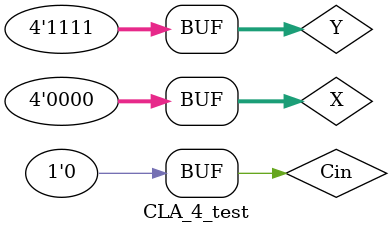
<source format=v>
`timescale 1ns / 1ps


module CLA_4_test;

	// Inputs
	reg [3:0] X;
	reg [3:0] Y;
	reg Cin;

	// Outputs
	wire [3:0] S;
	wire Cout;

	// Instantiate the Unit Under Test (UUT)
	CLA_4 uut (
		.X(X), 
		.Y(Y), 
		.Cin(Cin), 
		.S(S), 
		.Cout(Cout)
	);

	initial begin
		// Initialize Inputs
		X = 0;
		Y = 0;
		Cin = 0;

		// Wait 100 ns for global reset to finish
		#100;
        
		// Add stimulus here
		X = 4'b0000; Y = 4'b0000; Cin = 0;
        #10;
        
        // Test Case 1
        X = 4'b0001; Y = 4'b0001; Cin = 0;
        #10;
        
        // Test Case 2
        X = 4'b0010; Y = 4'b0011; Cin = 0;
        #10;
        
        // Test Case 3
        X = 4'b0101; Y = 4'b0011; Cin = 1;
        #10;
        
        // Test Case 4
        X = 4'b1111; Y = 4'b1111; Cin = 1;
        #10;

        // Test Case 5
        X = 4'b1010; Y = 4'b0101; Cin = 0;
        #10;

        // Test Case 6
        X = 4'b0011; Y = 4'b1100; Cin = 1;
        #10;

        // Test Case 7
        X = 4'b0000; Y = 4'b1111; Cin = 0;
        #10;

	end
      
endmodule


</source>
